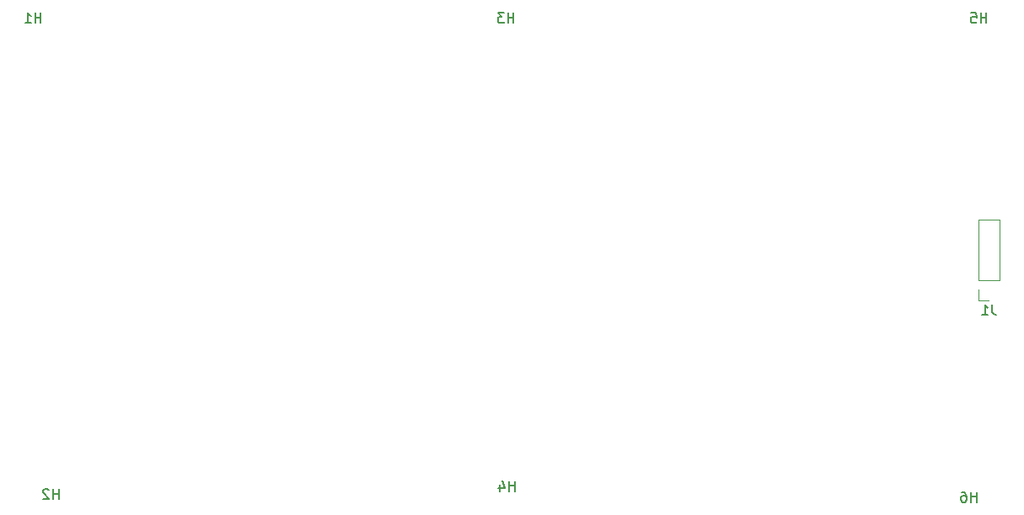
<source format=gbr>
G04 #@! TF.GenerationSoftware,KiCad,Pcbnew,5.1.5*
G04 #@! TF.CreationDate,2019-12-23T15:18:02+01:00*
G04 #@! TF.ProjectId,ledside_rev18A,6c656473-6964-4655-9f72-65763138412e,rev?*
G04 #@! TF.SameCoordinates,Original*
G04 #@! TF.FileFunction,Legend,Bot*
G04 #@! TF.FilePolarity,Positive*
%FSLAX46Y46*%
G04 Gerber Fmt 4.6, Leading zero omitted, Abs format (unit mm)*
G04 Created by KiCad (PCBNEW 5.1.5) date 2019-12-23 15:18:02*
%MOMM*%
%LPD*%
G04 APERTURE LIST*
%ADD10C,0.120000*%
%ADD11C,0.150000*%
G04 APERTURE END LIST*
D10*
X117440000Y-54060000D02*
X118500000Y-54060000D01*
X117440000Y-53000000D02*
X117440000Y-54060000D01*
X117440000Y-52000000D02*
X119560000Y-52000000D01*
X119560000Y-52000000D02*
X119560000Y-45940000D01*
X117440000Y-52000000D02*
X117440000Y-45940000D01*
X117440000Y-45940000D02*
X119560000Y-45940000D01*
D11*
X118833333Y-54512380D02*
X118833333Y-55226666D01*
X118880952Y-55369523D01*
X118976190Y-55464761D01*
X119119047Y-55512380D01*
X119214285Y-55512380D01*
X117833333Y-55512380D02*
X118404761Y-55512380D01*
X118119047Y-55512380D02*
X118119047Y-54512380D01*
X118214285Y-54655238D01*
X118309523Y-54750476D01*
X118404761Y-54798095D01*
X117261904Y-74352380D02*
X117261904Y-73352380D01*
X117261904Y-73828571D02*
X116690476Y-73828571D01*
X116690476Y-74352380D02*
X116690476Y-73352380D01*
X115785714Y-73352380D02*
X115976190Y-73352380D01*
X116071428Y-73400000D01*
X116119047Y-73447619D01*
X116214285Y-73590476D01*
X116261904Y-73780952D01*
X116261904Y-74161904D01*
X116214285Y-74257142D01*
X116166666Y-74304761D01*
X116071428Y-74352380D01*
X115880952Y-74352380D01*
X115785714Y-74304761D01*
X115738095Y-74257142D01*
X115690476Y-74161904D01*
X115690476Y-73923809D01*
X115738095Y-73828571D01*
X115785714Y-73780952D01*
X115880952Y-73733333D01*
X116071428Y-73733333D01*
X116166666Y-73780952D01*
X116214285Y-73828571D01*
X116261904Y-73923809D01*
X118261904Y-26152380D02*
X118261904Y-25152380D01*
X118261904Y-25628571D02*
X117690476Y-25628571D01*
X117690476Y-26152380D02*
X117690476Y-25152380D01*
X116738095Y-25152380D02*
X117214285Y-25152380D01*
X117261904Y-25628571D01*
X117214285Y-25580952D01*
X117119047Y-25533333D01*
X116880952Y-25533333D01*
X116785714Y-25580952D01*
X116738095Y-25628571D01*
X116690476Y-25723809D01*
X116690476Y-25961904D01*
X116738095Y-26057142D01*
X116785714Y-26104761D01*
X116880952Y-26152380D01*
X117119047Y-26152380D01*
X117214285Y-26104761D01*
X117261904Y-26057142D01*
X70861904Y-73252380D02*
X70861904Y-72252380D01*
X70861904Y-72728571D02*
X70290476Y-72728571D01*
X70290476Y-73252380D02*
X70290476Y-72252380D01*
X69385714Y-72585714D02*
X69385714Y-73252380D01*
X69623809Y-72204761D02*
X69861904Y-72919047D01*
X69242857Y-72919047D01*
X70761904Y-26152380D02*
X70761904Y-25152380D01*
X70761904Y-25628571D02*
X70190476Y-25628571D01*
X70190476Y-26152380D02*
X70190476Y-25152380D01*
X69809523Y-25152380D02*
X69190476Y-25152380D01*
X69523809Y-25533333D01*
X69380952Y-25533333D01*
X69285714Y-25580952D01*
X69238095Y-25628571D01*
X69190476Y-25723809D01*
X69190476Y-25961904D01*
X69238095Y-26057142D01*
X69285714Y-26104761D01*
X69380952Y-26152380D01*
X69666666Y-26152380D01*
X69761904Y-26104761D01*
X69809523Y-26057142D01*
X25061904Y-74052380D02*
X25061904Y-73052380D01*
X25061904Y-73528571D02*
X24490476Y-73528571D01*
X24490476Y-74052380D02*
X24490476Y-73052380D01*
X24061904Y-73147619D02*
X24014285Y-73100000D01*
X23919047Y-73052380D01*
X23680952Y-73052380D01*
X23585714Y-73100000D01*
X23538095Y-73147619D01*
X23490476Y-73242857D01*
X23490476Y-73338095D01*
X23538095Y-73480952D01*
X24109523Y-74052380D01*
X23490476Y-74052380D01*
X23261904Y-26152380D02*
X23261904Y-25152380D01*
X23261904Y-25628571D02*
X22690476Y-25628571D01*
X22690476Y-26152380D02*
X22690476Y-25152380D01*
X21690476Y-26152380D02*
X22261904Y-26152380D01*
X21976190Y-26152380D02*
X21976190Y-25152380D01*
X22071428Y-25295238D01*
X22166666Y-25390476D01*
X22261904Y-25438095D01*
M02*

</source>
